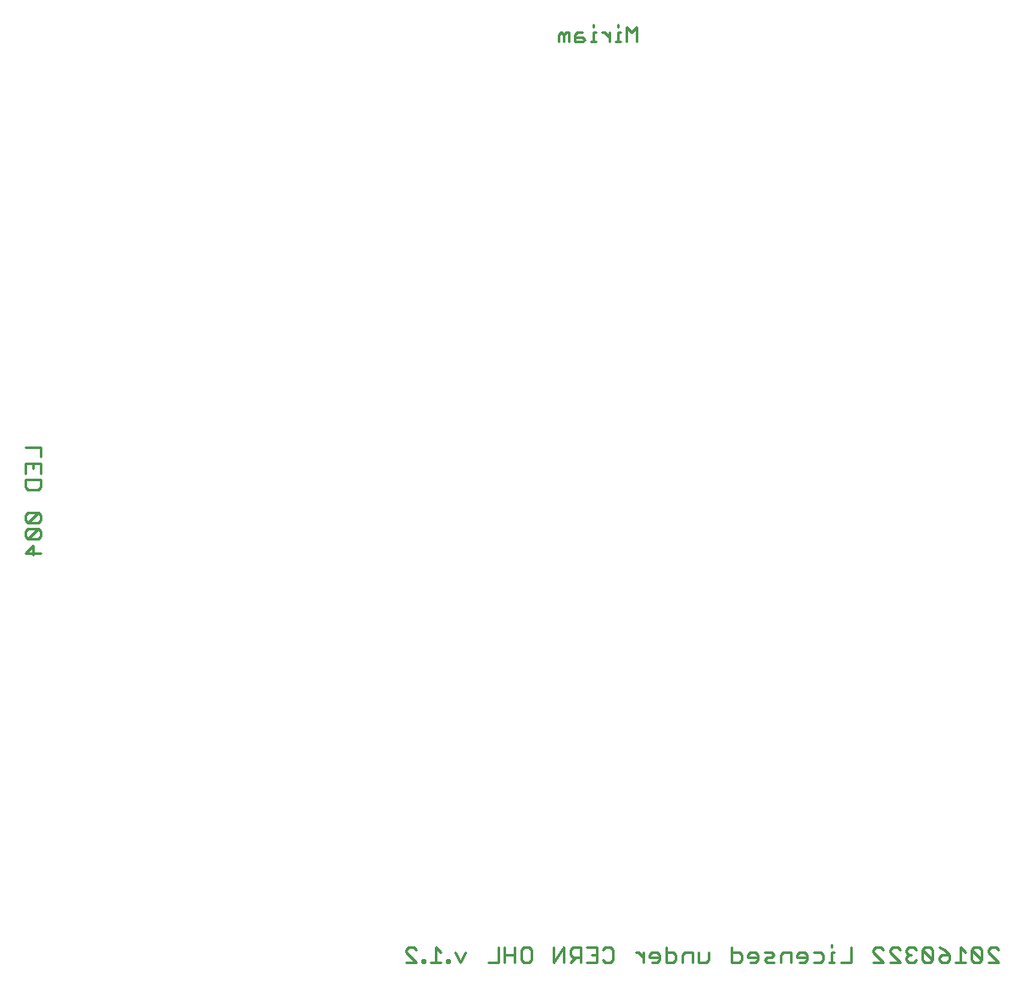
<source format=gbo>
G75*
%MOIN*%
%OFA0B0*%
%FSLAX25Y25*%
%IPPOS*%
%LPD*%
%AMOC8*
5,1,8,0,0,1.08239X$1,22.5*
%
%ADD10C,0.01100*%
D10*
X0213573Y0040944D02*
X0217510Y0040944D01*
X0213573Y0044881D01*
X0213573Y0045865D01*
X0214557Y0046850D01*
X0216525Y0046850D01*
X0217510Y0045865D01*
X0219748Y0041929D02*
X0219748Y0040944D01*
X0220732Y0040944D01*
X0220732Y0041929D01*
X0219748Y0041929D01*
X0223241Y0040944D02*
X0227178Y0040944D01*
X0225210Y0040944D02*
X0225210Y0046850D01*
X0227178Y0044881D01*
X0229416Y0041929D02*
X0229416Y0040944D01*
X0230401Y0040944D01*
X0230401Y0041929D01*
X0229416Y0041929D01*
X0232909Y0044881D02*
X0234878Y0040944D01*
X0236846Y0044881D01*
X0245800Y0040944D02*
X0249737Y0040944D01*
X0249737Y0046850D01*
X0252246Y0046850D02*
X0252246Y0040944D01*
X0252246Y0043897D02*
X0256183Y0043897D01*
X0256183Y0040944D02*
X0256183Y0046850D01*
X0258691Y0045865D02*
X0259676Y0046850D01*
X0261644Y0046850D01*
X0262628Y0045865D01*
X0262628Y0041929D01*
X0261644Y0040944D01*
X0259676Y0040944D01*
X0258691Y0041929D01*
X0258691Y0045865D01*
X0271582Y0046850D02*
X0271582Y0040944D01*
X0275519Y0046850D01*
X0275519Y0040944D01*
X0278028Y0040944D02*
X0279996Y0042913D01*
X0279012Y0042913D02*
X0281965Y0042913D01*
X0281965Y0040944D02*
X0281965Y0046850D01*
X0279012Y0046850D01*
X0278028Y0045865D01*
X0278028Y0043897D01*
X0279012Y0042913D01*
X0284473Y0040944D02*
X0288410Y0040944D01*
X0288410Y0046850D01*
X0284473Y0046850D01*
X0286442Y0043897D02*
X0288410Y0043897D01*
X0290919Y0041929D02*
X0291903Y0040944D01*
X0293871Y0040944D01*
X0294856Y0041929D01*
X0294856Y0045865D01*
X0293871Y0046850D01*
X0291903Y0046850D01*
X0290919Y0045865D01*
X0303720Y0044881D02*
X0304704Y0044881D01*
X0306672Y0042913D01*
X0306672Y0044881D02*
X0306672Y0040944D01*
X0309181Y0042913D02*
X0313118Y0042913D01*
X0313118Y0043897D02*
X0312134Y0044881D01*
X0310165Y0044881D01*
X0309181Y0043897D01*
X0309181Y0042913D01*
X0310165Y0040944D02*
X0312134Y0040944D01*
X0313118Y0041929D01*
X0313118Y0043897D01*
X0315627Y0044881D02*
X0318579Y0044881D01*
X0319563Y0043897D01*
X0319563Y0041929D01*
X0318579Y0040944D01*
X0315627Y0040944D01*
X0315627Y0046850D01*
X0322072Y0043897D02*
X0322072Y0040944D01*
X0322072Y0043897D02*
X0323056Y0044881D01*
X0326009Y0044881D01*
X0326009Y0040944D01*
X0328518Y0040944D02*
X0328518Y0044881D01*
X0332454Y0044881D02*
X0332454Y0041929D01*
X0331470Y0040944D01*
X0328518Y0040944D01*
X0341409Y0040944D02*
X0344361Y0040944D01*
X0345345Y0041929D01*
X0345345Y0043897D01*
X0344361Y0044881D01*
X0341409Y0044881D01*
X0341409Y0046850D02*
X0341409Y0040944D01*
X0347854Y0042913D02*
X0351791Y0042913D01*
X0351791Y0043897D02*
X0350807Y0044881D01*
X0348838Y0044881D01*
X0347854Y0043897D01*
X0347854Y0042913D01*
X0348838Y0040944D02*
X0350807Y0040944D01*
X0351791Y0041929D01*
X0351791Y0043897D01*
X0354300Y0044881D02*
X0357252Y0044881D01*
X0358236Y0043897D01*
X0357252Y0042913D01*
X0355284Y0042913D01*
X0354300Y0041929D01*
X0355284Y0040944D01*
X0358236Y0040944D01*
X0360745Y0040944D02*
X0360745Y0043897D01*
X0361729Y0044881D01*
X0364682Y0044881D01*
X0364682Y0040944D01*
X0367191Y0042913D02*
X0371127Y0042913D01*
X0371127Y0043897D02*
X0370143Y0044881D01*
X0368175Y0044881D01*
X0367191Y0043897D01*
X0367191Y0042913D01*
X0368175Y0040944D02*
X0370143Y0040944D01*
X0371127Y0041929D01*
X0371127Y0043897D01*
X0373636Y0044881D02*
X0376589Y0044881D01*
X0377573Y0043897D01*
X0377573Y0041929D01*
X0376589Y0040944D01*
X0373636Y0040944D01*
X0379901Y0040944D02*
X0381870Y0040944D01*
X0380886Y0040944D02*
X0380886Y0044881D01*
X0381870Y0044881D01*
X0380886Y0046850D02*
X0380886Y0047834D01*
X0388315Y0046850D02*
X0388315Y0040944D01*
X0384379Y0040944D01*
X0397270Y0040944D02*
X0401206Y0040944D01*
X0397270Y0044881D01*
X0397270Y0045865D01*
X0398254Y0046850D01*
X0400222Y0046850D01*
X0401206Y0045865D01*
X0403715Y0045865D02*
X0404699Y0046850D01*
X0406668Y0046850D01*
X0407652Y0045865D01*
X0410161Y0045865D02*
X0410161Y0044881D01*
X0411145Y0043897D01*
X0410161Y0042913D01*
X0410161Y0041929D01*
X0411145Y0040944D01*
X0413113Y0040944D01*
X0414097Y0041929D01*
X0416606Y0041929D02*
X0417590Y0040944D01*
X0419559Y0040944D01*
X0420543Y0041929D01*
X0416606Y0045865D01*
X0416606Y0041929D01*
X0416606Y0045865D02*
X0417590Y0046850D01*
X0419559Y0046850D01*
X0420543Y0045865D01*
X0420543Y0041929D01*
X0423052Y0041929D02*
X0423052Y0042913D01*
X0424036Y0043897D01*
X0426988Y0043897D01*
X0426988Y0041929D01*
X0426004Y0040944D01*
X0424036Y0040944D01*
X0423052Y0041929D01*
X0425020Y0045865D02*
X0426988Y0043897D01*
X0425020Y0045865D02*
X0423052Y0046850D01*
X0431465Y0046850D02*
X0431465Y0040944D01*
X0429497Y0040944D02*
X0433434Y0040944D01*
X0435943Y0041929D02*
X0436927Y0040944D01*
X0438895Y0040944D01*
X0439879Y0041929D01*
X0435943Y0045865D01*
X0435943Y0041929D01*
X0433434Y0044881D02*
X0431465Y0046850D01*
X0435943Y0045865D02*
X0436927Y0046850D01*
X0438895Y0046850D01*
X0439879Y0045865D01*
X0439879Y0041929D01*
X0442388Y0040944D02*
X0446325Y0040944D01*
X0442388Y0044881D01*
X0442388Y0045865D01*
X0443372Y0046850D01*
X0445341Y0046850D01*
X0446325Y0045865D01*
X0414097Y0045865D02*
X0413113Y0046850D01*
X0411145Y0046850D01*
X0410161Y0045865D01*
X0411145Y0043897D02*
X0412129Y0043897D01*
X0407652Y0040944D02*
X0403715Y0044881D01*
X0403715Y0045865D01*
X0403715Y0040944D02*
X0407652Y0040944D01*
X0069829Y0201959D02*
X0063924Y0201959D01*
X0066876Y0204912D01*
X0066876Y0200975D01*
X0064908Y0207420D02*
X0068845Y0211357D01*
X0069829Y0210373D01*
X0069829Y0208405D01*
X0068845Y0207420D01*
X0064908Y0207420D01*
X0063924Y0208405D01*
X0063924Y0210373D01*
X0064908Y0211357D01*
X0068845Y0211357D01*
X0068845Y0213866D02*
X0064908Y0213866D01*
X0068845Y0217803D01*
X0069829Y0216818D01*
X0069829Y0214850D01*
X0068845Y0213866D01*
X0068845Y0217803D02*
X0064908Y0217803D01*
X0063924Y0216818D01*
X0063924Y0214850D01*
X0064908Y0213866D01*
X0064908Y0226757D02*
X0063924Y0227741D01*
X0063924Y0230694D01*
X0069829Y0230694D01*
X0069829Y0227741D01*
X0068845Y0226757D01*
X0064908Y0226757D01*
X0063924Y0233202D02*
X0063924Y0237139D01*
X0069829Y0237139D01*
X0069829Y0233202D01*
X0066876Y0235171D02*
X0066876Y0237139D01*
X0069829Y0239648D02*
X0069829Y0243585D01*
X0063924Y0243585D01*
X0273361Y0402976D02*
X0273361Y0405929D01*
X0274345Y0406913D01*
X0275330Y0405929D01*
X0275330Y0402976D01*
X0277298Y0402976D02*
X0277298Y0406913D01*
X0276314Y0406913D01*
X0275330Y0405929D01*
X0279807Y0405929D02*
X0279807Y0402976D01*
X0282759Y0402976D01*
X0283743Y0403960D01*
X0282759Y0404944D01*
X0279807Y0404944D01*
X0279807Y0405929D02*
X0280791Y0406913D01*
X0282759Y0406913D01*
X0287056Y0406913D02*
X0287056Y0402976D01*
X0288040Y0402976D02*
X0286072Y0402976D01*
X0287056Y0406913D02*
X0288040Y0406913D01*
X0287056Y0408881D02*
X0287056Y0409865D01*
X0290459Y0406913D02*
X0291443Y0406913D01*
X0293412Y0404944D01*
X0293412Y0402976D02*
X0293412Y0406913D01*
X0296724Y0406913D02*
X0296724Y0402976D01*
X0295740Y0402976D02*
X0297709Y0402976D01*
X0300217Y0402976D02*
X0300217Y0408881D01*
X0302186Y0406913D01*
X0304154Y0408881D01*
X0304154Y0402976D01*
X0297709Y0406913D02*
X0296724Y0406913D01*
X0296724Y0408881D02*
X0296724Y0409865D01*
M02*

</source>
